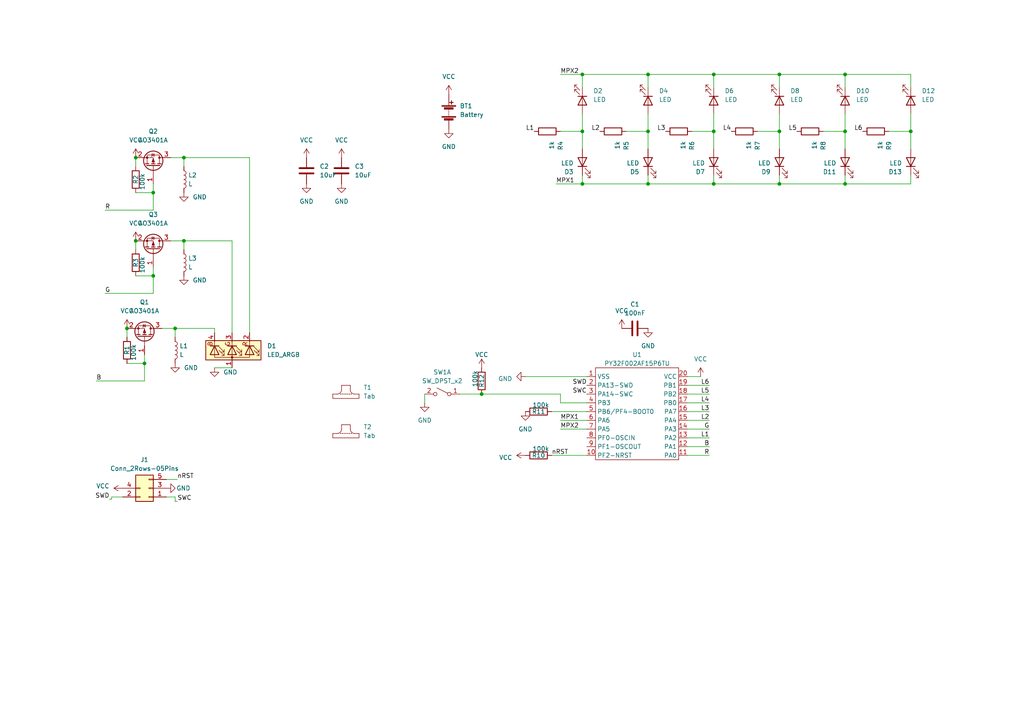
<source format=kicad_sch>
(kicad_sch (version 20231120) (generator "eeschema") (generator_version "8.0")
  (paper "A4")
  (lib_symbols
    (symbol "Connector_Generic:Conn_2Rows-05Pins" (pin_names (offset 1.016) hide)
      (property "Reference" "J" (at 1.27 5.08 0))
      (property "Value" "Conn_2Rows-05Pins" (at 1.27 -5.08 0))
      (symbol "Conn_2Rows-05Pins_1_1"
        (rectangle (start -1.27 -2.413) (end 0 -2.667) (stroke (width 0.1524)))
        (rectangle (start -1.27 0.127) (end 0 -0.127) (stroke (width 0.1524)))
        (rectangle (start -1.27 2.667) (end 0 2.413) (stroke (width 0.1524)))
        (rectangle (start -1.27 3.81) (end 3.81 -3.81) (stroke (width 0.254)) (fill (type background)))
        (rectangle (start 3.81 0.127) (end 2.54 -0.127) (stroke (width 0.1524)))
        (rectangle (start 3.81 2.667) (end 2.54 2.413) (stroke (width 0.1524)))
        (pin passive line (at -5.08 2.54 0) (length 3.81) (name "Pin_1") (number "1"))
        (pin passive line (at 7.62 2.54 180) (length 3.81) (name "Pin_2") (number "2"))
        (pin passive line (at -5.08 0 0) (length 3.81) (name "Pin_3") (number "3"))
        (pin passive line (at 7.62 0 180) (length 3.81) (name "Pin_4") (number "4"))
        (pin passive line (at -5.08 -2.54 0) (length 3.81) (name "Pin_5") (number "5"))
      )
    )
    (symbol "Device:Battery" (pin_numbers hide) (pin_names (offset 0) hide)
      (property "Reference" "BT" (at 2.54 2.54 0))
      (property "Value" "Battery" (at 2.54 0 0))
      (symbol "Battery_0_1"
        (rectangle (start -2.032 -1.397) (end 2.032 -1.651) (fill (type outline)))
        (rectangle (start -2.032 1.778) (end 2.032 1.524) (fill (type outline)))
        (rectangle (start -1.3208 -1.9812) (end 1.27 -2.4892) (fill (type outline)))
        (rectangle (start -1.3208 1.1938) (end 1.27 0.6858) (fill (type outline)))
        (polyline (pts (xy 0 -1.524) (xy 0 -1.27)))
        (polyline (pts (xy 0 -1.016) (xy 0 -0.762)))
        (polyline (pts (xy 0 -0.508) (xy 0 -0.254)))
        (polyline (pts (xy 0 0) (xy 0 0.254)))
        (polyline (pts (xy 0 0.508) (xy 0 0.762)))
        (polyline (pts (xy 0 1.778) (xy 0 2.54)))
        (polyline (pts (xy 0.254 2.667) (xy 1.27 2.667)) (stroke (width 0.254)))
        (polyline (pts (xy 0.762 3.175) (xy 0.762 2.159)) (stroke (width 0.254)))
      )
      (symbol "Battery_1_1"
        (pin passive line (at 0 5.08 270) (length 2.54) (name "+") (number "1"))
        (pin passive line (at 0 -5.08 90) (length 2.54) (name "-") (number "2"))
      )
    )
    (symbol "Device:C" (pin_numbers hide) (pin_names (offset 0.254))
      (property "Reference" "C" (at 0.635 2.54 0))
      (property "Value" "C" (at 0.635 -2.54 0))
      (symbol "C_0_1"
        (polyline (pts (xy -2.032 -0.762) (xy 2.032 -0.762)) (stroke (width 0.508)))
        (polyline (pts (xy -2.032 0.762) (xy 2.032 0.762)) (stroke (width 0.508)))
      )
      (symbol "C_1_1"
        (pin passive line (at 0 3.81 270) (length 2.794) (name "~") (number "1"))
        (pin passive line (at 0 -3.81 90) (length 2.794) (name "~") (number "2"))
      )
    )
    (symbol "Device:L" (pin_numbers hide) (pin_names (offset 1.016) hide)
      (property "Reference" "L" (at -1.27 0 90))
      (property "Value" "L" (at 1.905 0 90))
      (symbol "L_0_1"
        (arc (start 0 -2.54) (mid 0.6323 -1.905) (end 0 -1.27))
        (arc (start 0 -1.27) (mid 0.6323 -0.635) (end 0 0))
        (arc (start 0 0) (mid 0.6323 0.635) (end 0 1.27))
        (arc (start 0 1.27) (mid 0.6323 1.905) (end 0 2.54))
      )
      (symbol "L_1_1"
        (pin passive line (at 0 3.81 270) (length 1.27) (name "1") (number "1"))
        (pin passive line (at 0 -3.81 90) (length 1.27) (name "2") (number "2"))
      )
    )
    (symbol "Device:LED" (pin_numbers hide) (pin_names (offset 1.016) hide)
      (property "Reference" "D" (at 0 2.54 0))
      (property "Value" "LED" (at 0 -2.54 0))
      (symbol "LED_0_1"
        (polyline (pts (xy -1.27 -1.27) (xy -1.27 1.27)) (stroke (width 0.254)))
        (polyline (pts (xy -1.27 0) (xy 1.27 0)))
        (polyline (pts (xy 1.27 -1.27) (xy 1.27 1.27) (xy -1.27 0) (xy 1.27 -1.27)) (stroke (width 0.254)))
        (polyline (pts (xy -3.048 -0.762) (xy -4.572 -2.286) (xy -3.81 -2.286) (xy -4.572 -2.286) (xy -4.572 -1.524)))
        (polyline (pts (xy -1.778 -0.762) (xy -3.302 -2.286) (xy -2.54 -2.286) (xy -3.302 -2.286) (xy -3.302 -1.524)))
      )
      (symbol "LED_1_1"
        (pin passive line (at -3.81 0 0) (length 2.54) (name "K") (number "1"))
        (pin passive line (at 3.81 0 180) (length 2.54) (name "A") (number "2"))
      )
    )
    (symbol "Device:LED_ARGB" (pin_names (offset 0) hide)
      (property "Reference" "D" (at 0 9.398 0))
      (property "Value" "LED_ARGB" (at 0 -8.89 0))
      (symbol "LED_ARGB_0_0"
        (text "B" (at -1.905 -6.35 0) (effects (font (size 1.27 1.27))))
        (text "G" (at -1.905 -1.27 0) (effects (font (size 1.27 1.27))))
        (text "R" (at -1.905 3.81 0) (effects (font (size 1.27 1.27))))
      )
      (symbol "LED_ARGB_0_1"
        (polyline (pts (xy -1.27 -5.08) (xy -2.54 -5.08)))
        (polyline (pts (xy -1.27 -5.08) (xy 1.27 -5.08)))
        (polyline (pts (xy -1.27 -3.81) (xy -1.27 -6.35)) (stroke (width 0.254)))
        (polyline (pts (xy -1.27 0) (xy -2.54 0)))
        (polyline (pts (xy -1.27 1.27) (xy -1.27 -1.27)) (stroke (width 0.254)))
        (polyline (pts (xy -1.27 5.08) (xy -2.54 5.08)))
        (polyline (pts (xy -1.27 5.08) (xy 1.27 5.08)))
        (polyline (pts (xy -1.27 6.35) (xy -1.27 3.81)) (stroke (width 0.254)))
        (polyline (pts (xy 1.27 0) (xy -1.27 0)))
        (polyline (pts (xy 1.27 0) (xy 2.54 0)))
        (polyline (pts (xy -1.27 1.27) (xy -1.27 -1.27) (xy -1.27 -1.27)))
        (polyline (pts (xy -1.27 6.35) (xy -1.27 3.81) (xy -1.27 3.81)))
        (polyline (pts (xy 1.27 -5.08) (xy 2.032 -5.08) (xy 2.032 5.08) (xy 1.27 5.08)))
        (polyline (pts (xy 1.27 -3.81) (xy 1.27 -6.35) (xy -1.27 -5.08) (xy 1.27 -3.81)) (stroke (width 0.254)))
        (polyline (pts (xy 1.27 1.27) (xy 1.27 -1.27) (xy -1.27 0) (xy 1.27 1.27)) (stroke (width 0.254)))
        (polyline (pts (xy 1.27 6.35) (xy 1.27 3.81) (xy -1.27 5.08) (xy 1.27 6.35)) (stroke (width 0.254)))
        (polyline (pts (xy -1.016 -3.81) (xy 0.508 -2.286) (xy -0.254 -2.286) (xy 0.508 -2.286) (xy 0.508 -3.048)))
        (polyline (pts (xy -1.016 1.27) (xy 0.508 2.794) (xy -0.254 2.794) (xy 0.508 2.794) (xy 0.508 2.032)))
        (polyline (pts (xy -1.016 6.35) (xy 0.508 7.874) (xy -0.254 7.874) (xy 0.508 7.874) (xy 0.508 7.112)))
        (polyline (pts (xy 0 -3.81) (xy 1.524 -2.286) (xy 0.762 -2.286) (xy 1.524 -2.286) (xy 1.524 -3.048)))
        (polyline (pts (xy 0 1.27) (xy 1.524 2.794) (xy 0.762 2.794) (xy 1.524 2.794) (xy 1.524 2.032)))
        (polyline (pts (xy 0 6.35) (xy 1.524 7.874) (xy 0.762 7.874) (xy 1.524 7.874) (xy 1.524 7.112)))
        (rectangle (start 1.27 -1.27) (end 1.27 1.27))
        (rectangle (start 1.27 1.27) (end 1.27 1.27))
        (rectangle (start 1.27 3.81) (end 1.27 6.35))
        (rectangle (start 1.27 6.35) (end 1.27 6.35))
        (circle (center 2.032 0) (radius 0.254) (fill (type outline)))
        (rectangle (start 2.794 8.382) (end -2.794 -7.62) (stroke (width 0.254)) (fill (type background)))
      )
      (symbol "LED_ARGB_1_1"
        (pin passive line (at 5.08 0 180) (length 2.54) (name "A") (number "1"))
        (pin passive line (at -5.08 5.08 0) (length 2.54) (name "RK") (number "2"))
        (pin passive line (at -5.08 0 0) (length 2.54) (name "GK") (number "3"))
        (pin passive line (at -5.08 -5.08 0) (length 2.54) (name "BK") (number "4"))
      )
    )
    (symbol "Device:R" (pin_numbers hide) (pin_names (offset 0))
      (property "Reference" "R" (at 2.032 0 90))
      (property "Value" "R" (at 0 0 90))
      (symbol "R_0_1"
        (rectangle (start -1.016 -2.54) (end 1.016 2.54) (stroke (width 0.254)))
      )
      (symbol "R_1_1"
        (pin passive line (at 0 3.81 270) (length 1.27) (name "~") (number "1"))
        (pin passive line (at 0 -3.81 90) (length 1.27) (name "~") (number "2"))
      )
    )
    (symbol "PY32F002AF15P6:PY32F002AF15P6TU"
      (property "Reference" "U" (at -8.89 16.51 0))
      (property "Value" "PY32F002AF15P6TU" (at 5.08 16.51 0))
      (symbol "PY32F002AF15P6TU_0_1"
        (rectangle (start -12.7 11.43) (end 11.43 -15.24))
      )
      (symbol "PY32F002AF15P6TU_1_1"
        (pin input line (at -15.24 8.89 0) (length 2.54) (name "VSS") (number "1"))
        (pin input line (at -15.24 -13.97 0) (length 2.54) (name "PF2-NRST") (number "10"))
        (pin input line (at 13.97 -13.97 180) (length 2.54) (name "PA0") (number "11"))
        (pin input line (at 13.97 -11.43 180) (length 2.54) (name "PA1") (number "12"))
        (pin input line (at 13.97 -8.89 180) (length 2.54) (name "PA2") (number "13"))
        (pin input line (at 13.97 -6.35 180) (length 2.54) (name "PA3") (number "14"))
        (pin input line (at 13.97 -3.81 180) (length 2.54) (name "PA4") (number "15"))
        (pin input line (at 13.97 -1.27 180) (length 2.54) (name "PA7") (number "16"))
        (pin input line (at 13.97 1.27 180) (length 2.54) (name "PB0") (number "17"))
        (pin input line (at 13.97 3.81 180) (length 2.54) (name "PB2") (number "18"))
        (pin input line (at 13.97 6.35 180) (length 2.54) (name "PB1") (number "19"))
        (pin input line (at -15.24 6.35 0) (length 2.54) (name "PA13-SWD") (number "2"))
        (pin input line (at 13.97 8.89 180) (length 2.54) (name "VCC") (number "20"))
        (pin input line (at -15.24 3.81 0) (length 2.54) (name "PA14-SWC") (number "3"))
        (pin input line (at -15.24 1.27 0) (length 2.54) (name "PB3") (number "4"))
        (pin input line (at -15.24 -1.27 0) (length 2.54) (name "PB6/PF4-BOOT0") (number "5"))
        (pin input line (at -15.24 -3.81 0) (length 2.54) (name "PA6") (number "6"))
        (pin input line (at -15.24 -6.35 0) (length 2.54) (name "PA5") (number "7"))
        (pin input line (at -15.24 -8.89 0) (length 2.54) (name "PF0-OSCIN") (number "8"))
        (pin input line (at -15.24 -11.43 0) (length 2.54) (name "PF1-OSCOUT") (number "9"))
      )
    )
    (symbol "Switch:SW_DPST_x2" (pin_names (offset 0) hide)
      (property "Reference" "SW" (at 0 3.175 0))
      (property "Value" "SW_DPST_x2" (at 0 -2.54 0))
      (symbol "SW_DPST_x2_0_0"
        (circle (center -2.032 0) (radius 0.508))
        (polyline (pts (xy -1.524 0.254) (xy 1.524 1.778)))
        (circle (center 2.032 0) (radius 0.508))
      )
      (symbol "SW_DPST_x2_1_1"
        (pin passive line (at -5.08 0 0) (length 2.54) (name "A") (number "1"))
        (pin passive line (at 5.08 0 180) (length 2.54) (name "B") (number "2"))
      )
      (symbol "SW_DPST_x2_2_1"
        (pin passive line (at -5.08 0 0) (length 2.54) (name "A") (number "3"))
        (pin passive line (at 5.08 0 180) (length 2.54) (name "B") (number "4"))
      )
    )
    (symbol "Transistor_FET:AO3401A" (pin_names hide)
      (property "Reference" "Q" (at 5.08 1.905 0))
      (property "Value" "AO3401A" (at 5.08 0 0))
      (symbol "AO3401A_0_1"
        (polyline (pts (xy 0.254 0) (xy -2.54 0)))
        (polyline (pts (xy 0.254 1.905) (xy 0.254 -1.905)) (stroke (width 0.254)))
        (polyline (pts (xy 0.762 -1.27) (xy 0.762 -2.286)) (stroke (width 0.254)))
        (polyline (pts (xy 0.762 0.508) (xy 0.762 -0.508)) (stroke (width 0.254)))
        (polyline (pts (xy 0.762 2.286) (xy 0.762 1.27)) (stroke (width 0.254)))
        (polyline (pts (xy 2.54 2.54) (xy 2.54 1.778)))
        (polyline (pts (xy 2.54 -2.54) (xy 2.54 0) (xy 0.762 0)))
        (polyline (pts (xy 0.762 1.778) (xy 3.302 1.778) (xy 3.302 -1.778) (xy 0.762 -1.778)))
        (polyline (pts (xy 2.286 0) (xy 1.27 0.381) (xy 1.27 -0.381) (xy 2.286 0)) (fill (type outline)))
        (polyline (pts (xy 2.794 -0.508) (xy 2.921 -0.381) (xy 3.683 -0.381) (xy 3.81 -0.254)))
        (polyline (pts (xy 3.302 -0.381) (xy 2.921 0.254) (xy 3.683 0.254) (xy 3.302 -0.381)))
        (circle (center 1.651 0) (radius 2.794) (stroke (width 0.254)))
        (circle (center 2.54 -1.778) (radius 0.254) (fill (type outline)))
        (circle (center 2.54 1.778) (radius 0.254) (fill (type outline)))
      )
      (symbol "AO3401A_1_1"
        (pin input line (at -5.08 0 0) (length 2.54) (name "G") (number "1"))
        (pin passive line (at 2.54 -5.08 90) (length 2.54) (name "S") (number "2"))
        (pin passive line (at 2.54 5.08 270) (length 2.54) (name "D") (number "3"))
      )
    )
    (symbol "kikit:Tab" (in_bom no)
      (property "Reference" "T" (at 0 3.81 0))
      (property "Value" "Tab" (at 0 -2.54 0))
      (symbol "Tab_0_1"
        (arc (start -2.54 0) (mid -1.642 0.372) (end -1.27 1.27) (stroke (width 0.1524)))
        (circle (center -1.524 0) (radius 0.0762) (stroke (width 0.1524)))
        (circle (center -1.016 0) (radius 0.0762) (stroke (width 0.1524)))
        (circle (center -0.508 0) (radius 0.0762) (stroke (width 0.1524)))
        (polyline (pts (xy -3.81 0) (xy -2.54 0)) (stroke (width 0.1524)))
        (polyline (pts (xy -1.27 1.27) (xy -1.27 2.54)) (stroke (width 0.1524)))
        (polyline (pts (xy 1.27 1.27) (xy 1.27 2.54)) (stroke (width 0.1524)))
        (polyline (pts (xy 1.27 2.54) (xy -1.27 2.54)) (stroke (width 0.1524)))
        (polyline (pts (xy 2.54 0) (xy 3.81 0)) (stroke (width 0.1524)))
        (polyline (pts (xy -3.81 0) (xy -3.81 -1.27) (xy 3.81 -1.27) (xy 3.81 0)) (stroke (width 0.1524)))
        (circle (center 0 0) (radius 0.0762) (stroke (width 0.1524)))
        (circle (center 0.508 0) (radius 0.0762) (stroke (width 0.1524)))
        (circle (center 1.016 0) (radius 0.0762) (stroke (width 0.1524)))
        (arc (start 1.27 1.27) (mid 1.642 0.372) (end 2.54 0) (stroke (width 0.1524)))
        (circle (center 1.524 0) (radius 0.0762) (stroke (width 0.1524)))
      )
    )
    (symbol "power:GND" (power) (pin_names (offset 0))
      (property "Value" "GND" (at 0 -3.81 0))
      (symbol "GND_0_1"
        (polyline (pts (xy 0 0) (xy 0 -1.27) (xy 1.27 -1.27) (xy 0 -2.54) (xy -1.27 -1.27) (xy 0 -1.27)))
      )
      (symbol "GND_1_1"
        (pin power_in line (at 0 0 270) (length 0) hide (name "GND") (number "1"))
      )
    )
    (symbol "power:VCC" (power) (pin_names (offset 0))
      (property "Value" "VCC" (at 0 3.81 0))
      (symbol "VCC_0_1"
        (polyline (pts (xy -0.762 1.27) (xy 0 2.54)))
        (polyline (pts (xy 0 0) (xy 0 2.54)))
        (polyline (pts (xy 0 2.54) (xy 0.762 1.27)))
      )
      (symbol "VCC_1_1"
        (pin power_in line (at 0 0 90) (length 0) hide (name "VCC") (number "1"))
      )
    )
  )
  (junction (at 36.83 95.25))
  (junction (at 168.91 38.1))
  (junction (at 245.11 21.59))
  (junction (at 39.37 45.72))
  (junction (at 245.11 53.34))
  (junction (at 50.8 95.25))
  (junction (at 207.01 53.34))
  (junction (at 264.16 38.1))
  (junction (at 44.45 80.01))
  (junction (at 207.01 38.1))
  (junction (at 226.06 38.1))
  (junction (at 39.37 69.85))
  (junction (at 44.45 55.88))
  (junction (at 168.91 21.59))
  (junction (at 53.34 45.72))
  (junction (at 139.7 114.3))
  (junction (at 226.06 21.59))
  (junction (at 41.91 105.41))
  (junction (at 187.96 38.1))
  (junction (at 187.96 21.59))
  (junction (at 245.11 38.1))
  (junction (at 226.06 53.34))
  (junction (at 53.34 69.85))
  (junction (at 187.96 53.34))
  (junction (at 168.91 53.34))
  (junction (at 207.01 21.59))
  (wire (pts (xy 187.96 21.59) (xy 168.91 21.59)))
  (wire (pts (xy 162.56 121.92) (xy 170.18 121.92)))
  (wire (pts (xy 226.06 50.8) (xy 226.06 53.34)))
  (wire (pts (xy 245.11 33.02) (xy 245.11 38.1)))
  (wire (pts (xy 32.385 144.78) (xy 32.385 144.145)))
  (wire (pts (xy 207.01 33.02) (xy 207.01 38.1)))
  (wire (pts (xy 44.45 55.88) (xy 44.45 60.96)))
  (wire (pts (xy 226.06 33.02) (xy 226.06 38.1)))
  (wire (pts (xy 264.16 25.4) (xy 264.16 21.59)))
  (wire (pts (xy 44.45 55.88) (xy 44.45 53.34)))
  (wire (pts (xy 32.385 144.145) (xy 35.56 144.145)))
  (wire (pts (xy 36.83 105.41) (xy 41.91 105.41)))
  (wire (pts (xy 207.01 25.4) (xy 207.01 21.59)))
  (wire (pts (xy 50.8 144.145) (xy 48.26 144.145)))
  (wire (pts (xy 162.56 124.46) (xy 170.18 124.46)))
  (wire (pts (xy 53.34 69.85) (xy 53.34 72.39)))
  (wire (pts (xy 39.37 80.01) (xy 44.45 80.01)))
  (wire (pts (xy 49.53 45.72) (xy 53.34 45.72)))
  (wire (pts (xy 205.74 124.46) (xy 199.39 124.46)))
  (wire (pts (xy 50.8 145.415) (xy 50.8 144.145)))
  (wire (pts (xy 245.11 50.8) (xy 245.11 53.34)))
  (wire (pts (xy 53.34 69.85) (xy 67.31 69.85)))
  (wire (pts (xy 31.75 144.78) (xy 32.385 144.78)))
  (wire (pts (xy 162.56 38.1) (xy 168.91 38.1)))
  (wire (pts (xy 205.74 119.38) (xy 199.39 119.38)))
  (wire (pts (xy 205.74 132.08) (xy 199.39 132.08)))
  (wire (pts (xy 162.56 21.59) (xy 168.91 21.59)))
  (wire (pts (xy 44.45 80.01) (xy 44.45 85.09)))
  (wire (pts (xy 226.06 25.4) (xy 226.06 21.59)))
  (wire (pts (xy 245.11 25.4) (xy 245.11 21.59)))
  (wire (pts (xy 36.83 95.25) (xy 36.83 97.79)))
  (wire (pts (xy 199.39 109.22) (xy 203.2 109.22)))
  (wire (pts (xy 245.11 38.1) (xy 245.11 43.18)))
  (wire (pts (xy 39.37 69.85) (xy 39.37 72.39)))
  (wire (pts (xy 181.61 38.1) (xy 187.96 38.1)))
  (wire (pts (xy 41.91 105.41) (xy 41.91 102.87)))
  (wire (pts (xy 30.48 60.96) (xy 44.45 60.96)))
  (wire (pts (xy 160.02 132.08) (xy 170.18 132.08)))
  (wire (pts (xy 50.8 95.25) (xy 50.8 97.79)))
  (wire (pts (xy 168.91 53.34) (xy 187.96 53.34)))
  (wire (pts (xy 226.06 38.1) (xy 226.06 43.18)))
  (wire (pts (xy 238.76 38.1) (xy 245.11 38.1)))
  (wire (pts (xy 207.01 38.1) (xy 207.01 43.18)))
  (wire (pts (xy 39.37 55.88) (xy 44.45 55.88)))
  (wire (pts (xy 205.74 114.3) (xy 199.39 114.3)))
  (wire (pts (xy 27.94 110.49) (xy 41.91 110.49)))
  (wire (pts (xy 51.435 145.415) (xy 50.8 145.415)))
  (wire (pts (xy 46.99 95.25) (xy 50.8 95.25)))
  (wire (pts (xy 162.56 114.3) (xy 162.56 116.84)))
  (wire (pts (xy 264.16 50.8) (xy 264.16 53.34)))
  (wire (pts (xy 245.11 21.59) (xy 226.06 21.59)))
  (wire (pts (xy 72.39 45.72) (xy 72.39 96.52)))
  (wire (pts (xy 207.01 53.34) (xy 226.06 53.34)))
  (wire (pts (xy 152.4 109.22) (xy 170.18 109.22)))
  (wire (pts (xy 53.34 45.72) (xy 72.39 45.72)))
  (wire (pts (xy 187.96 53.34) (xy 207.01 53.34)))
  (wire (pts (xy 219.71 38.1) (xy 226.06 38.1)))
  (wire (pts (xy 207.01 21.59) (xy 187.96 21.59)))
  (wire (pts (xy 49.53 69.85) (xy 53.34 69.85)))
  (wire (pts (xy 123.19 114.3) (xy 123.19 116.84)))
  (wire (pts (xy 257.81 38.1) (xy 264.16 38.1)))
  (wire (pts (xy 161.29 53.34) (xy 168.91 53.34)))
  (wire (pts (xy 205.74 129.54) (xy 199.39 129.54)))
  (wire (pts (xy 162.56 116.84) (xy 170.18 116.84)))
  (wire (pts (xy 62.23 95.25) (xy 50.8 95.25)))
  (wire (pts (xy 41.91 105.41) (xy 41.91 110.49)))
  (wire (pts (xy 160.02 119.38) (xy 170.18 119.38)))
  (wire (pts (xy 226.06 53.34) (xy 245.11 53.34)))
  (wire (pts (xy 187.96 38.1) (xy 187.96 43.18)))
  (wire (pts (xy 62.23 96.52) (xy 62.23 95.25)))
  (wire (pts (xy 264.16 33.02) (xy 264.16 38.1)))
  (wire (pts (xy 30.48 85.09) (xy 44.45 85.09)))
  (wire (pts (xy 245.11 53.34) (xy 264.16 53.34)))
  (wire (pts (xy 187.96 50.8) (xy 187.96 53.34)))
  (wire (pts (xy 205.74 127) (xy 199.39 127)))
  (wire (pts (xy 53.34 45.72) (xy 53.34 48.26)))
  (wire (pts (xy 187.96 33.02) (xy 187.96 38.1)))
  (wire (pts (xy 168.91 38.1) (xy 168.91 43.18)))
  (wire (pts (xy 133.35 114.3) (xy 139.7 114.3)))
  (wire (pts (xy 226.06 21.59) (xy 207.01 21.59)))
  (wire (pts (xy 39.37 45.72) (xy 39.37 48.26)))
  (wire (pts (xy 200.66 38.1) (xy 207.01 38.1)))
  (wire (pts (xy 205.74 116.84) (xy 199.39 116.84)))
  (wire (pts (xy 168.91 50.8) (xy 168.91 53.34)))
  (wire (pts (xy 168.91 25.4) (xy 168.91 21.59)))
  (wire (pts (xy 67.31 69.85) (xy 67.31 96.52)))
  (wire (pts (xy 205.74 111.76) (xy 199.39 111.76)))
  (wire (pts (xy 48.26 139.065) (xy 51.435 139.065)))
  (wire (pts (xy 207.01 50.8) (xy 207.01 53.34)))
  (wire (pts (xy 264.16 21.59) (xy 245.11 21.59)))
  (wire (pts (xy 187.96 25.4) (xy 187.96 21.59)))
  (wire (pts (xy 264.16 38.1) (xy 264.16 43.18)))
  (wire (pts (xy 44.45 80.01) (xy 44.45 77.47)))
  (wire (pts (xy 139.7 114.3) (xy 162.56 114.3)))
  (wire (pts (xy 62.23 106.68) (xy 67.31 106.68)))
  (wire (pts (xy 168.91 33.02) (xy 168.91 38.1)))
  (wire (pts (xy 205.74 121.92) (xy 199.39 121.92)))
  (label "MPX1" (at 162.56 121.92 0))
  (label "SWC" (at 170.18 114.3 180))
  (label "L1" (at 205.74 127 180))
  (label "L5" (at 231.14 38.1 180))
  (label "L2" (at 205.74 121.92 180))
  (label "B" (at 27.94 110.49 0))
  (label "R" (at 30.48 60.96 0))
  (label "L4" (at 212.09 38.1 180))
  (label "L2" (at 173.99 38.1 180))
  (label "L6" (at 205.74 111.76 180))
  (label "L5" (at 205.74 114.3 180))
  (label "MPX2" (at 162.56 21.59 0))
  (label "nRST" (at 160.02 132.08 0))
  (label "SWD" (at 31.75 144.78 180))
  (label "L3" (at 205.74 119.38 180))
  (label "B" (at 205.74 129.54 180))
  (label "G" (at 205.74 124.46 180))
  (label "SWC" (at 51.435 145.415 0))
  (label "L1" (at 154.94 38.1 180))
  (label "L6" (at 250.19 38.1 180))
  (label "MPX2" (at 162.56 124.46 0))
  (label "L3" (at 193.04 38.1 180))
  (label "L4" (at 205.74 116.84 180))
  (label "nRST" (at 51.435 139.065 0))
  (label "MPX1" (at 161.29 53.34 0))
  (label "SWD" (at 170.18 111.76 180))
  (label "R" (at 205.74 132.08 180))
  (label "G" (at 30.48 85.09 0))
  (symbol (lib_id "Device:LED") (at 245.11 46.99 90) (unit 1)
    (property "Reference" "D11" (at 242.57 49.8476 90) (effects (justify left)))
    (property "Value" "LED" (at 242.57 47.3076 90) (effects (justify left)))
    (property "Footprint" "LED_SMD:LED_0805_2012Metric" (effects (hide yes)))
  )
  (symbol (lib_id "Device:R") (at 39.37 76.2 0) (unit 1)
    (property "Reference" "R3" (at 39.37 76.2 90))
    (property "Value" "100k" (at 41.275 76.835 90))
    (property "Footprint" "Resistor_SMD:R_0603_1608Metric" (effects (hide yes)))
  )
  (symbol (lib_id "Device:R") (at 254 38.1 270) (unit 1)
    (property "Reference" "R9" (at 257.8101 40.894 0) (effects (justify left)))
    (property "Value" "1k" (at 255.2701 40.894 0) (effects (justify left)))
    (property "Footprint" "Resistor_SMD:R_0603_1608Metric" (effects (hide yes)))
  )
  (symbol (lib_id "Connector_Generic:Conn_2Rows-05Pins") (at 43.18 141.605 180) (unit 1)
    (property "Reference" "J1" (at 41.91 133.35 0))
    (property "Value" "Conn_2Rows-05Pins" (at 41.91 135.89 0))
    (property "Footprint" "karifa:ProgConnector_5pin" (effects (hide yes)))
  )
  (symbol (lib_id "kikit:Tab") (at 100.33 114.3 0) (unit 1) (in_bom no)
    (property "Reference" "T1" (at 105.41 112.3949 0) (effects (justify left)))
    (property "Value" "Tab" (at 105.41 114.9349 0) (effects (justify left)))
    (property "Footprint" "kikit:Tab" (effects (hide yes)))
  )
  (symbol (lib_id "Device:L") (at 53.34 52.07 0) (unit 1)
    (property "Reference" "L2" (at 54.61 50.7999 0) (effects (justify left)))
    (property "Value" "L" (at 54.61 53.3399 0) (effects (justify left)))
    (property "Footprint" "Inductor_SMD:L_1008_2520Metric" (effects (hide yes)))
  )
  (symbol (lib_id "Device:C") (at 99.06 49.53 0) (unit 1)
    (property "Reference" "C3" (at 102.87 48.2599 0) (effects (justify left)))
    (property "Value" "10uF" (at 102.87 50.7999 0) (effects (justify left)))
    (property "Footprint" "Capacitor_SMD:C_0805_2012Metric" (effects (hide yes)))
  )
  (symbol (lib_id "Device:LED") (at 207.01 29.21 270) (unit 1)
    (property "Reference" "D6" (at 210.185 26.3524 90) (effects (justify left)))
    (property "Value" "LED" (at 210.185 28.8924 90) (effects (justify left)))
    (property "Footprint" "LED_SMD:LED_0805_2012Metric" (effects (hide yes)))
  )
  (symbol (lib_id "Transistor_FET:AO3401A") (at 44.45 72.39 270) (mirror x) (unit 1)
    (property "Reference" "Q3" (at 44.45 62.23 90))
    (property "Value" "AO3401A" (at 44.45 64.77 90))
    (property "Footprint" "karifa:SOT-23" (effects (hide yes)))
    (property "Datasheet" "http://www.aosmd.com/pdfs/datasheet/AO3401A.pdf" (effects (hide yes)))
  )
  (symbol (lib_id "Device:R") (at 36.83 101.6 0) (unit 1)
    (property "Reference" "R1" (at 36.83 101.6 90))
    (property "Value" "100k" (at 38.735 102.235 90))
    (property "Footprint" "Resistor_SMD:R_0603_1608Metric" (effects (hide yes)))
  )
  (symbol (lib_id "kikit:Tab") (at 100.33 125.73 0) (unit 1) (in_bom no)
    (property "Reference" "T2" (at 105.41 123.8249 0) (effects (justify left)))
    (property "Value" "Tab" (at 105.41 126.3649 0) (effects (justify left)))
    (property "Footprint" "kikit:Tab" (effects (hide yes)))
  )
  (symbol (lib_id "Device:LED") (at 168.91 29.21 270) (unit 1)
    (property "Reference" "D2" (at 172.085 26.3524 90) (effects (justify left)))
    (property "Value" "LED" (at 172.085 28.8924 90) (effects (justify left)))
    (property "Footprint" "LED_SMD:LED_0805_2012Metric" (effects (hide yes)))
  )
  (symbol (lib_id "power:GND") (at 99.06 53.34 0) (unit 1)
    (property "Reference" "#PWR0120" (effects (hide yes)))
    (property "Value" "GND" (at 99.06 58.42 0))
  )
  (symbol (lib_id "Device:LED") (at 187.96 29.21 270) (unit 1)
    (property "Reference" "D4" (at 191.135 26.3524 90) (effects (justify left)))
    (property "Value" "LED" (at 191.135 28.8924 90) (effects (justify left)))
    (property "Footprint" "LED_SMD:LED_0805_2012Metric" (effects (hide yes)))
  )
  (symbol (lib_id "Device:L") (at 53.34 76.2 0) (unit 1)
    (property "Reference" "L3" (at 54.61 74.9299 0) (effects (justify left)))
    (property "Value" "L" (at 54.61 77.4699 0) (effects (justify left)))
    (property "Footprint" "Inductor_SMD:L_1008_2520Metric" (effects (hide yes)))
  )
  (symbol (lib_id "Device:R") (at 215.9 38.1 270) (unit 1)
    (property "Reference" "R7" (at 219.7101 40.894 0) (effects (justify left)))
    (property "Value" "1k" (at 217.1701 40.894 0) (effects (justify left)))
    (property "Footprint" "Resistor_SMD:R_0603_1608Metric" (effects (hide yes)))
  )
  (symbol (lib_id "Device:Battery") (at 130.175 32.385 0) (unit 1)
    (property "Reference" "BT1" (at 133.35 30.7339 0) (effects (justify left)))
    (property "Value" "Battery" (at 133.35 33.2739 0) (effects (justify left)))
    (property "Footprint" "karifa:CR2032_Holder" (effects (hide yes)))
  )
  (symbol (lib_id "Device:LED") (at 264.16 46.99 90) (unit 1)
    (property "Reference" "D13" (at 261.62 49.8476 90) (effects (justify left)))
    (property "Value" "LED" (at 261.62 47.3076 90) (effects (justify left)))
    (property "Footprint" "LED_SMD:LED_0805_2012Metric" (effects (hide yes)))
  )
  (symbol (lib_id "power:VCC") (at 39.37 69.85 0) (unit 1)
    (property "Reference" "#PWR0116" (effects (hide yes)))
    (property "Value" "VCC" (at 39.37 64.77 0))
  )
  (symbol (lib_id "Device:LED") (at 245.11 29.21 270) (unit 1)
    (property "Reference" "D10" (at 248.285 26.3524 90) (effects (justify left)))
    (property "Value" "LED" (at 248.285 28.8924 90) (effects (justify left)))
    (property "Footprint" "LED_SMD:LED_0805_2012Metric" (effects (hide yes)))
  )
  (symbol (lib_id "power:GND") (at 62.23 106.68 0) (unit 1)
    (property "Reference" "#PWR0107" (effects (hide yes)))
    (property "Value" "GND" (at 64.77 107.9499 0) (effects (justify left)))
  )
  (symbol (lib_id "Device:LED") (at 264.16 29.21 270) (unit 1)
    (property "Reference" "D12" (at 267.335 26.3524 90) (effects (justify left)))
    (property "Value" "LED" (at 267.335 28.8924 90) (effects (justify left)))
    (property "Footprint" "LED_SMD:LED_0805_2012Metric" (effects (hide yes)))
  )
  (symbol (lib_id "power:VCC") (at 35.56 141.605 90) (unit 1)
    (property "Reference" "#PWR01" (effects (hide yes)))
    (property "Value" "VCC" (at 31.75 140.97 90) (effects (justify left)))
  )
  (symbol (lib_id "power:VCC") (at 88.9 45.72 0) (unit 1)
    (property "Reference" "#PWR0117" (effects (hide yes)))
    (property "Value" "VCC" (at 88.9 40.64 0))
  )
  (symbol (lib_id "PY32F002AF15P6:PY32F002AF15P6TU") (at 185.42 118.11 0) (unit 1)
    (property "Reference" "U1" (at 184.785 102.87 0))
    (property "Value" "PY32F002AF15P6TU" (at 184.785 105.41 0))
    (property "Footprint" "karifa:TSSOP-20_4.4x6.5mm_P0.65mm" (effects (hide yes)))
  )
  (symbol (lib_id "power:VCC") (at 39.37 45.72 0) (unit 1)
    (property "Reference" "#PWR0115" (effects (hide yes)))
    (property "Value" "VCC" (at 39.37 40.64 0))
  )
  (symbol (lib_id "power:GND") (at 53.34 55.88 0) (unit 1)
    (property "Reference" "#PWR0114" (effects (hide yes)))
    (property "Value" "GND" (at 55.88 57.1499 0) (effects (justify left)))
  )
  (symbol (lib_id "Device:R") (at 196.85 38.1 270) (unit 1)
    (property "Reference" "R6" (at 200.6601 40.894 0) (effects (justify left)))
    (property "Value" "1k" (at 198.1201 40.894 0) (effects (justify left)))
    (property "Footprint" "Resistor_SMD:R_0603_1608Metric" (effects (hide yes)))
  )
  (symbol (lib_id "power:VCC") (at 130.175 27.305 0) (unit 1)
    (property "Reference" "#PWR0105" (effects (hide yes)))
    (property "Value" "VCC" (at 130.175 22.225 0))
  )
  (symbol (lib_id "Device:R") (at 158.75 38.1 270) (unit 1)
    (property "Reference" "R4" (at 162.5601 40.894 0) (effects (justify left)))
    (property "Value" "1k" (at 160.0201 40.894 0) (effects (justify left)))
    (property "Footprint" "Resistor_SMD:R_0603_1608Metric" (effects (hide yes)))
  )
  (symbol (lib_id "Device:LED") (at 187.96 46.99 90) (unit 1)
    (property "Reference" "D5" (at 185.42 49.8476 90) (effects (justify left)))
    (property "Value" "LED" (at 185.42 47.3076 90) (effects (justify left)))
    (property "Footprint" "LED_SMD:LED_0805_2012Metric" (effects (hide yes)))
  )
  (symbol (lib_id "power:GND") (at 53.34 80.01 0) (unit 1)
    (property "Reference" "#PWR0113" (effects (hide yes)))
    (property "Value" "GND" (at 55.88 81.2799 0) (effects (justify left)))
  )
  (symbol (lib_id "Device:R") (at 139.7 110.49 180) (unit 1)
    (property "Reference" "R12" (at 139.7 110.49 90))
    (property "Value" "100k" (at 137.795 109.855 90))
    (property "Footprint" "Resistor_SMD:R_0603_1608Metric" (effects (hide yes)))
  )
  (symbol (lib_id "Device:R") (at 156.21 119.38 90) (unit 1)
    (property "Reference" "R11" (at 156.21 119.38 90))
    (property "Value" "100k" (at 156.845 117.475 90))
    (property "Footprint" "Resistor_SMD:R_0603_1608Metric" (effects (hide yes)))
  )
  (symbol (lib_id "Device:R") (at 177.8 38.1 270) (unit 1)
    (property "Reference" "R5" (at 181.6101 40.894 0) (effects (justify left)))
    (property "Value" "1k" (at 179.0701 40.894 0) (effects (justify left)))
    (property "Footprint" "Resistor_SMD:R_0603_1608Metric" (effects (hide yes)))
  )
  (symbol (lib_id "Device:LED_ARGB") (at 67.31 101.6 270) (unit 1)
    (property "Reference" "D1" (at 77.47 100.3299 90) (effects (justify left)))
    (property "Value" "LED_ARGB" (at 77.47 102.8699 90) (effects (justify left)))
    (property "Footprint" "karifa:LED_RGB_Wuerth-PLCC4_3.2x2.8mm_150141M173100" (effects (hide yes)))
  )
  (symbol (lib_id "Transistor_FET:AO3401A") (at 44.45 48.26 270) (mirror x) (unit 1)
    (property "Reference" "Q2" (at 44.45 38.1 90))
    (property "Value" "AO3401A" (at 44.45 40.64 90))
    (property "Footprint" "karifa:SOT-23" (effects (hide yes)))
    (property "Datasheet" "http://www.aosmd.com/pdfs/datasheet/AO3401A.pdf" (effects (hide yes)))
  )
  (symbol (lib_id "Device:LED") (at 226.06 46.99 90) (unit 1)
    (property "Reference" "D9" (at 223.52 49.8476 90) (effects (justify left)))
    (property "Value" "LED" (at 223.52 47.3076 90) (effects (justify left)))
    (property "Footprint" "LED_SMD:LED_0805_2012Metric" (effects (hide yes)))
  )
  (symbol (lib_id "Device:C") (at 88.9 49.53 0) (unit 1)
    (property "Reference" "C2" (at 92.71 48.2599 0) (effects (justify left)))
    (property "Value" "10uF" (at 92.71 50.7999 0) (effects (justify left)))
    (property "Footprint" "Capacitor_SMD:C_0805_2012Metric" (effects (hide yes)))
  )
  (symbol (lib_id "power:GND") (at 88.9 53.34 0) (unit 1)
    (property "Reference" "#PWR0119" (effects (hide yes)))
    (property "Value" "GND" (at 88.9 58.42 0))
  )
  (symbol (lib_id "power:GND") (at 130.175 37.465 0) (unit 1)
    (property "Reference" "#PWR0104" (effects (hide yes)))
    (property "Value" "GND" (at 130.175 42.545 0))
  )
  (symbol (lib_id "Device:R") (at 234.95 38.1 270) (unit 1)
    (property "Reference" "R8" (at 238.7601 40.894 0) (effects (justify left)))
    (property "Value" "1k" (at 236.2201 40.894 0) (effects (justify left)))
    (property "Footprint" "Resistor_SMD:R_0603_1608Metric" (effects (hide yes)))
  )
  (symbol (lib_id "power:GND") (at 50.8 105.41 0) (unit 1)
    (property "Reference" "#PWR0108" (effects (hide yes)))
    (property "Value" "GND" (at 53.34 106.6799 0) (effects (justify left)))
  )
  (symbol (lib_id "power:VCC") (at 36.83 95.25 0) (unit 1)
    (property "Reference" "#PWR0109" (effects (hide yes)))
    (property "Value" "VCC" (at 36.83 90.17 0))
  )
  (symbol (lib_id "Device:C") (at 184.15 95.25 270) (unit 1)
    (property "Reference" "C1" (at 184.15 88.265 90))
    (property "Value" "100nF" (at 184.15 90.805 90))
    (property "Footprint" "Capacitor_SMD:C_0805_2012Metric" (effects (hide yes)))
  )
  (symbol (lib_id "Device:R") (at 156.21 132.08 90) (unit 1)
    (property "Reference" "R10" (at 156.21 132.08 90))
    (property "Value" "100k" (at 156.845 130.175 90))
    (property "Footprint" "Resistor_SMD:R_0603_1608Metric" (effects (hide yes)))
  )
  (symbol (lib_id "power:VCC") (at 203.2 109.22 0) (unit 1)
    (property "Reference" "#PWR0111" (effects (hide yes)))
    (property "Value" "VCC" (at 203.2 104.14 0))
  )
  (symbol (lib_id "power:GND") (at 152.4 119.38 0) (unit 1)
    (property "Reference" "#PWR04" (effects (hide yes)))
    (property "Value" "GND" (at 152.4 124.46 0))
  )
  (symbol (lib_id "power:VCC") (at 152.4 132.08 90) (unit 1)
    (property "Reference" "#PWR03" (effects (hide yes)))
    (property "Value" "VCC" (at 148.59 132.715 90) (effects (justify left)))
  )
  (symbol (lib_id "Device:LED") (at 207.01 46.99 90) (unit 1)
    (property "Reference" "D7" (at 204.47 49.8476 90) (effects (justify left)))
    (property "Value" "LED" (at 204.47 47.3076 90) (effects (justify left)))
    (property "Footprint" "LED_SMD:LED_0805_2012Metric" (effects (hide yes)))
  )
  (symbol (lib_id "power:GND") (at 152.4 109.22 270) (unit 1)
    (property "Reference" "#PWR05" (effects (hide yes)))
    (property "Value" "GND" (at 148.59 109.855 90) (effects (justify right)))
  )
  (symbol (lib_id "power:GND") (at 187.96 95.25 0) (unit 1)
    (property "Reference" "#PWR0106" (effects (hide yes)))
    (property "Value" "GND" (at 187.96 100.33 0))
  )
  (symbol (lib_id "Device:LED") (at 168.91 46.99 90) (unit 1)
    (property "Reference" "D3" (at 166.37 49.8476 90) (effects (justify left)))
    (property "Value" "LED" (at 166.37 47.3076 90) (effects (justify left)))
    (property "Footprint" "LED_SMD:LED_0805_2012Metric" (effects (hide yes)))
  )
  (symbol (lib_id "power:VCC") (at 180.34 95.25 0) (unit 1)
    (property "Reference" "#PWR0103" (effects (hide yes)))
    (property "Value" "VCC" (at 180.34 90.17 0))
  )
  (symbol (lib_id "Device:L") (at 50.8 101.6 0) (unit 1)
    (property "Reference" "L1" (at 52.07 100.3299 0) (effects (justify left)))
    (property "Value" "L" (at 52.07 102.8699 0) (effects (justify left)))
    (property "Footprint" "Inductor_SMD:L_1008_2520Metric" (effects (hide yes)))
  )
  (symbol (lib_id "power:GND") (at 48.26 141.605 90) (unit 1)
    (property "Reference" "#PWR02" (effects (hide yes)))
    (property "Value" "GND" (at 55.245 141.605 90) (effects (justify left)))
  )
  (symbol (lib_id "Switch:SW_DPST_x2") (at 128.27 114.3 0) (mirror y) (unit 1)
    (property "Reference" "SW1" (at 128.27 107.95 0))
    (property "Value" "SW_DPST_x2" (at 128.27 110.49 0))
    (property "Footprint" "Button_Switch_SMD:SW_SPST_TL3342" (effects (hide yes)))
  )
  (symbol (lib_id "Device:R") (at 39.37 52.07 0) (unit 1)
    (property "Reference" "R2" (at 39.37 52.07 90))
    (property "Value" "100k" (at 41.275 52.705 90))
    (property "Footprint" "Resistor_SMD:R_0603_1608Metric" (effects (hide yes)))
  )
  (symbol (lib_id "Device:LED") (at 226.06 29.21 270) (unit 1)
    (property "Reference" "D8" (at 229.235 26.3524 90) (effects (justify left)))
    (property "Value" "LED" (at 229.235 28.8924 90) (effects (justify left)))
    (property "Footprint" "LED_SMD:LED_0805_2012Metric" (effects (hide yes)))
  )
  (symbol (lib_id "power:GND") (at 123.19 116.84 0) (unit 1)
    (property "Reference" "#PWR07" (effects (hide yes)))
    (property "Value" "GND" (at 123.19 121.92 0))
  )
  (symbol (lib_id "power:VCC") (at 139.7 106.68 0) (unit 1)
    (property "Reference" "#PWR06" (effects (hide yes)))
    (property "Value" "VCC" (at 139.7 102.87 0))
  )
  (symbol (lib_id "Transistor_FET:AO3401A") (at 41.91 97.79 270) (mirror x) (unit 1)
    (property "Reference" "Q1" (at 41.91 87.63 90))
    (property "Value" "AO3401A" (at 41.91 90.17 90))
    (property "Footprint" "karifa:SOT-23" (effects (hide yes)))
    (property "Datasheet" "http://www.aosmd.com/pdfs/datasheet/AO3401A.pdf" (effects (hide yes)))
  )
  (symbol (lib_id "power:VCC") (at 99.06 45.72 0) (unit 1)
    (property "Reference" "#PWR0118" (effects (hide yes)))
    (property "Value" "VCC" (at 99.06 40.64 0))
  )
)
</source>
